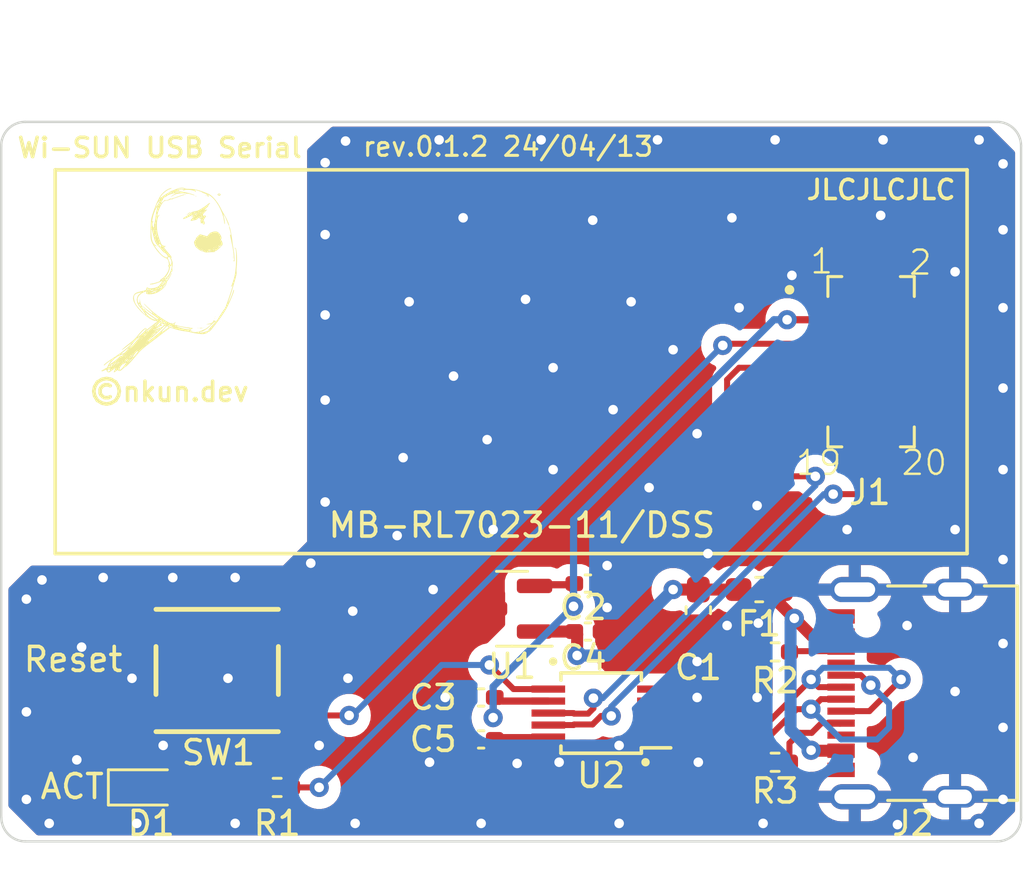
<source format=kicad_pcb>
(kicad_pcb (version 20221018) (generator pcbnew)
  (title_block (title "Wi-SUN USB Serial Board") (date "2024-04-12") (rev "0.1.2") (company "nkun.dev"))
  (layers (0 "F.Cu" signal) (31 "B.Cu" signal) (34 "B.Paste" user) (35 "F.Paste" user) (36 "B.SilkS" user "B.Silkscreen") (37 "F.SilkS" user "F.Silkscreen") (38 "B.Mask" user) (39 "F.Mask" user) (44 "Edge.Cuts" user))
  (net 0 "")
  (net 1 "GND")
  (net 2 "+3.3V")
  (net 3 "Net-(U2-V3)")
  (net 4 "Net-(D1-A)")
  (net 5 "UART_-")
  (net 6 "UART_+")
  (net 7 "Net-(J2-CC1_A)")
  (net 9 "+5V")
  (net 10 "Net-(J2-CC1_B)")
  (net 11 "USB_D+")
  (net 12 "USB_D-")
  (net 14 "Net-(U2-TNOW)")
  (net 16 "+VBUS")
  (net 29 "Net-(J1-Pad7)")
  (footprint "Capacitor_SMD:C_0402_1005Metric_Pad0.74x0.62mm_HandSolder" (layer "F.Cu") (at 177.2 118.25)
    (fp_text reference "C2" (at -0.2 1) (layer "F.SilkS"))
    (fp_text value "1uf")
    (pad "1" smd roundrect (at -0.5675 0) (size 0.735 0.62) (layers "F.Cu" "F.Paste" "F.Mask") (net 2 "+3.3V"))
    (pad "2" smd roundrect (at 0.5675 0) (size 0.735 0.62) (layers "F.Cu" "F.Paste" "F.Mask") (net 1 "GND"))
  )
  (footprint "Connector:HRS_DF12NB_3.0_-20DS-0.5V_51_" (layer "F.Cu") (at 189 109 90)
    (fp_text reference "J1" (at -5.45 -0.05 180) (layer "F.SilkS"))
    (fp_text value "DF12NB_3.0_-20DS-0.5V_51_")
    (fp_text user "20" (at -4.8 1.2 unlocked) (layer "F.SilkS") (effects (font (thickness 0.1)) (justify left bottom)))
    (fp_text user "1" (at 3.6 -2.6 unlocked) (layer "F.SilkS") (effects (font (thickness 0.1)) (justify left bottom)))
    (fp_text user "19" (at -4.8 -3.2 unlocked) (layer "F.SilkS") (effects (font (thickness 0.1)) (justify left bottom)))
    (fp_text user "2" (at 3.55 1.51 unlocked) (layer "F.SilkS") (effects (font (thickness 0.1)) (justify left bottom)))
    (pad "1" smd rect (at 2.25 -1.8 90) (size 0.3 1.6) (layers "F.Cu") (net 2 "+3.3V"))
    (pad "2" smd rect (at 2.25 1.8 90) (size 0.3 1.6) (layers "F.Cu") (net 1 "GND"))
    (pad "3" smd rect (at 1.75 -1.8 90) (size 0.3 1.6) (layers "F.Cu") (net 2 "+3.3V"))
    (pad "4" smd rect (at 1.75 1.8 90) (size 0.3 1.6) (layers "F.Cu") (net 1 "GND"))
    (pad "5" smd rect (at 1.25 -1.8 90) (size 0.3 1.6) (layers "F.Cu"))
    (pad "6" smd rect (at 1.25 1.8 90) (size 0.3 1.6) (layers "F.Cu"))
    (pad "7" smd rect (at 0.75 -1.8 90) (size 0.3 1.6) (layers "F.Cu") (net 29 "Net-(J1-Pad7)"))
    (pad "8" smd rect (at 0.75 1.8 90) (size 0.3 1.6) (layers "F.Cu"))
    (pad "9" smd rect (at 0.25 -1.8 90) (size 0.3 1.6) (layers "F.Cu"))
    (pad "10" smd rect (at 0.25 1.8 90) (size 0.3 1.6) (layers "F.Cu") (net 5 "UART_-"))
    (pad "11" smd rect (at -0.25 -1.8 90) (size 0.3 1.6) (layers "F.Cu") (net 6 "UART_+"))
    (pad "12" smd rect (at -0.25 1.8 90) (size 0.3 1.6) (layers "F.Cu"))
    (pad "13" smd rect (at -0.75 -1.8 90) (size 0.3 1.6) (layers "F.Cu"))
    (pad "14" smd rect (at -0.75 1.8 90) (size 0.3 1.6) (layers "F.Cu"))
    (pad "15" smd rect (at -1.25 -1.8 90) (size 0.3 1.6) (layers "F.Cu"))
    (pad "16" smd rect (at -1.25 1.8 90) (size 0.3 1.6) (layers "F.Cu"))
    (pad "17" smd rect (at -1.75 -1.8 90) (size 0.3 1.6) (layers "F.Cu"))
    (pad "18" smd rect (at -1.75 1.8 90) (size 0.3 1.6) (layers "F.Cu"))
    (pad "19" smd rect (at -2.25 -1.8 90) (size 0.3 1.6) (layers "F.Cu"))
    (pad "20" smd rect (at -2.25 1.8 90) (size 0.3 1.6) (layers "F.Cu"))
    (pad "S1" smd rect (at 3.95 0 90) (size 0.8 1.8) (layers "F.Cu" "F.Paste" "F.Mask"))
    (pad "S2" smd rect (at -3.95 0 90) (size 0.8 1.8) (layers "F.Cu" "F.Paste" "F.Mask"))
    (zone (net 0) (net_name "") (layer "F.Cu") (connect_pads (clearance 0)) (min_thickness 0.01)
      (keepout (tracks not_allowed) (vias not_allowed) (pads not_allowed) (copperpour not_allowed) (footprints allowed))
      (fill (thermal_gap 0.508) (thermal_bridge_width 0.508))
      (polygon (pts (xy 188 112.55) (xy 188 105.45) (xy 190 105.45) (xy 190 112.55)))
    )
  )
  (footprint "Capacitor_SMD:C_0603_1608Metric_Pad1.08x0.95mm_HandSolder" (layer "F.Cu") (at 181.8 119.3625 -90)
    (fp_text reference "C1" (at 2.3875 0) (layer "F.SilkS"))
    (fp_text value "10uf")
    (pad "1" smd roundrect (at -0.8625 0 270) (size 1.075 0.95) (layers "F.Cu" "F.Paste" "F.Mask") (net 9 "+5V"))
    (pad "2" smd roundrect (at 0.8625 0 270) (size 1.075 0.95) (layers "F.Cu" "F.Paste" "F.Mask") (net 1 "GND"))
  )
  (footprint "MountingHole:MountingHole_2.2mm_M2" (layer "F.Cu") (at 162.5 114.5 180)
    (fp_text reference "" hide)
    (fp_text value "MountingHole_2.2mm_M2")
    (pad "" np_thru_hole circle (at 0 0 180) (size 2.2 2.2) (drill 2.2) (layers "*.Cu" "*.Mask"))
  )
  (footprint "Package_TO_SOT_SMD:SOT-23" (layer "F.Cu") (at 174.0375 119.3 180)
    (fp_text reference "U1" (at 0 -2.4) (layer "F.SilkS"))
    (fp_text value "AP7333_33SAG_SOT23")
    (pad "1" smd roundrect (at -0.9375 -0.95 180) (size 1.475 0.6) (layers "F.Cu" "F.Paste" "F.Mask") (net 9 "+5V"))
    (pad "2" smd roundrect (at -0.9375 0.95 180) (size 1.475 0.6) (layers "F.Cu" "F.Paste" "F.Mask") (net 2 "+3.3V"))
    (pad "3" smd roundrect (at 0.9375 0 180) (size 1.475 0.6) (layers "F.Cu" "F.Paste" "F.Mask") (net 1 "GND"))
  )
  (footprint "Resistor_SMD:R_0402_1005Metric_Pad0.72x0.64mm_HandSolder" (layer "F.Cu") (at 185.0025 121.1 180)
    (fp_text reference "R2" (at 0.0025 -1.2 180) (layer "F.SilkS"))
    (fp_text value "5.1k")
    (pad "1" smd roundrect (at -0.5975 0 180) (size 0.715 0.64) (layers "F.Cu" "F.Paste" "F.Mask") (net 10 "Net-(J2-CC1_B)"))
    (pad "2" smd roundrect (at 0.5975 0 180) (size 0.715 0.64) (layers "F.Cu" "F.Paste" "F.Mask") (net 1 "GND"))
  )
  (footprint "Button_Switch_SMD:TS-1187A-B-A-B" (layer "F.Cu") (at 161.75 121.875)
    (fp_text reference "SW1" (at 0.05 3.425) (layer "F.SilkS"))
    (fp_text value "SW_Push")
    (pad "1" smd rect (at -3 -1.875) (size 1 0.75) (layers "F.Cu" "F.Paste" "F.Mask") (net 1 "GND"))
    (pad "1" smd rect (at 3 -1.875) (size 1 0.75) (layers "F.Cu" "F.Paste" "F.Mask") (net 1 "GND"))
    (pad "2" smd rect (at -3 1.875) (size 1 0.75) (layers "F.Cu" "F.Paste" "F.Mask") (net 29 "Net-(J1-Pad7)"))
    (pad "2" smd rect (at 3 1.875) (size 1 0.75) (layers "F.Cu" "F.Paste" "F.Mask") (net 29 "Net-(J1-Pad7)"))
  )
  (footprint "Resistor_SMD:R_0402_1005Metric_Pad0.72x0.64mm_HandSolder" (layer "F.Cu") (at 164.25 126.75 180)
    (fp_text reference "R1" (at 0 -1.5) (layer "F.SilkS"))
    (fp_text value "470")
    (pad "1" smd roundrect (at -0.5975 0 180) (size 0.715 0.64) (layers "F.Cu" "F.Paste" "F.Mask") (net 14 "Net-(U2-TNOW)"))
    (pad "2" smd roundrect (at 0.5975 0 180) (size 0.715 0.64) (layers "F.Cu" "F.Paste" "F.Mask") (net 4 "Net-(D1-A)"))
  )
  (footprint "Capacitor_SMD:C_0603_1608Metric_Pad1.08x0.95mm_HandSolder" (layer "F.Cu") (at 184.3375 118.5 180)
    (fp_text reference "F1" (at 0 -1.43) (layer "F.SilkS"))
    (fp_text value "350mA")
    (pad "1" smd roundrect (at -0.8625 0 180) (size 1.075 0.95) (layers "F.Cu" "F.Paste" "F.Mask") (net 16 "+VBUS"))
    (pad "2" smd roundrect (at 0.8625 0 180) (size 1.075 0.95) (layers "F.Cu" "F.Paste" "F.Mask") (net 9 "+5V"))
  )
  (footprint "Package_SO:MSOP-10_3x3mm_P0.5mm" (layer "F.Cu") (at 177.75 123.65 180)
    (fp_text reference "U2" (at 0 -2.6) (layer "F.SilkS"))
    (fp_text value "CH340E")
    (pad "1" smd rect (at -2.2 -1 180) (size 1.4 0.3) (layers "F.Cu" "F.Paste" "F.Mask") (net 11 "USB_D+"))
    (pad "2" smd rect (at -2.2 -0.5 180) (size 1.4 0.3) (layers "F.Cu" "F.Paste" "F.Mask") (net 12 "USB_D-"))
    (pad "3" smd rect (at -2.2 0 180) (size 1.4 0.3) (layers "F.Cu" "F.Paste" "F.Mask") (net 1 "GND"))
    (pad "4" smd rect (at -2.2 0.5 180) (size 1.4 0.3) (layers "F.Cu" "F.Paste" "F.Mask"))
    (pad "5" smd rect (at -2.2 1 180) (size 1.4 0.3) (layers "F.Cu" "F.Paste" "F.Mask"))
    (pad "6" smd rect (at 2.2 1 180) (size 1.4 0.3) (layers "F.Cu" "F.Paste" "F.Mask") (net 14 "Net-(U2-TNOW)"))
    (pad "7" smd rect (at 2.2 0.5 180) (size 1.4 0.3) (layers "F.Cu" "F.Paste" "F.Mask") (net 2 "+3.3V"))
    (pad "8" smd rect (at 2.2 0 180) (size 1.4 0.3) (layers "F.Cu" "F.Paste" "F.Mask") (net 6 "UART_+"))
    (pad "9" smd rect (at 2.2 -0.5 180) (size 1.4 0.3) (layers "F.Cu" "F.Paste" "F.Mask") (net 5 "UART_-"))
    (pad "10" smd rect (at 2.2 -1 180) (size 1.4 0.3) (layers "F.Cu" "F.Paste" "F.Mask") (net 3 "Net-(U2-V3)"))
  )
  (footprint "Capacitor_SMD:C_0402_1005Metric_Pad0.74x0.62mm_HandSolder" (layer "F.Cu") (at 172.75 123 180)
    (fp_text reference "C3" (at 2 0) (layer "F.SilkS"))
    (fp_text value "0.1uf")
    (pad "1" smd roundrect (at -0.5675 0 180) (size 0.735 0.62) (layers "F.Cu" "F.Paste" "F.Mask") (net 2 "+3.3V"))
    (pad "2" smd roundrect (at 0.5675 0 180) (size 0.735 0.62) (layers "F.Cu" "F.Paste" "F.Mask") (net 1 "GND"))
  )
  (footprint "Capacitor_SMD:C_0402_1005Metric_Pad0.74x0.62mm_HandSolder" (layer "F.Cu") (at 177.2 120.25)
    (fp_text reference "C4" (at -0.2 1.1 180) (layer "F.SilkS"))
    (fp_text value "1uf")
    (pad "1" smd roundrect (at -0.5675 0) (size 0.735 0.62) (layers "F.Cu" "F.Paste" "F.Mask") (net 9 "+5V"))
    (pad "2" smd roundrect (at 0.5675 0) (size 0.735 0.62) (layers "F.Cu" "F.Paste" "F.Mask") (net 1 "GND"))
  )
  (footprint "Capacitor_SMD:C_0402_1005Metric_Pad0.74x0.62mm_HandSolder" (layer "F.Cu") (at 172.75 124.75 180)
    (fp_text reference "C5" (at 2 0) (layer "F.SilkS"))
    (fp_text value "0.1uf")
    (pad "1" smd roundrect (at -0.5675 0 180) (size 0.735 0.62) (layers "F.Cu" "F.Paste" "F.Mask") (net 3 "Net-(U2-V3)"))
    (pad "2" smd roundrect (at 0.5675 0 180) (size 0.735 0.62) (layers "F.Cu" "F.Paste" "F.Mask") (net 1 "GND"))
  )
  (footprint "Resistor_SMD:R_0402_1005Metric_Pad0.72x0.64mm_HandSolder" (layer "F.Cu") (at 185 125.7 180)
    (fp_text reference "R3" (at 0 -1.2 180) (layer "F.SilkS"))
    (fp_text value "5.1k")
    (pad "1" smd roundrect (at -0.5975 0 180) (size 0.715 0.64) (layers "F.Cu" "F.Paste" "F.Mask") (net 7 "Net-(J2-CC1_A)"))
    (pad "2" smd roundrect (at 0.5975 0 180) (size 0.715 0.64) (layers "F.Cu" "F.Paste" "F.Mask") (net 1 "GND"))
  )
  (footprint "LED_SMD:LED_0603_1608Metric_Pad1.05x0.95mm_HandSolder" (layer "F.Cu") (at 158.875 126.75)
    (fp_text reference "D1" (at 0.125 1.5) (layer "F.SilkS"))
    (fp_text value "LED")
    (pad "1" smd roundrect (at -0.875 0) (size 1.05 0.95) (layers "F.Cu" "F.Paste" "F.Mask") (net 1 "GND"))
    (pad "2" smd roundrect (at 0.875 0) (size 1.05 0.95) (layers "F.Cu" "F.Paste" "F.Mask") (net 4 "Net-(D1-A)"))
  )
  (footprint "Logos:logo_silk" (layer "F.Cu") (at 160.6 105.45)
    (fp_text reference "©nkun.dev" (at -0.85 4.8) (layer "F.SilkS") (effects (font (size 0.8 0.8) (thickness 0.15) bold)))
    (fp_text value "LOGO" hide)
  )
  (footprint "Connector_USB:USB_C_Receptacle_Amphenol_12402012E212A" (layer "F.Cu") (at 192.5 122.82 90)
    (fp_text reference "J2" (at -5.43 -1.75 180) (layer "F.SilkS"))
    (fp_text value "USB_C_Receptacle_USB2.0_12402012E212A")
    (pad "" np_thru_hole circle (at -2.89 -3.68 90) (size 0.65 0.65) (drill 0.65) (layers "*.Cu" "*.Mask"))
    (pad "" np_thru_hole circle (at 2.89 -3.68 90) (size 0.65 0.65) (drill 0.65) (layers "*.Cu" "*.Mask"))
    (pad "A1_B12" smd rect (at -3.2 -4.75 90) (size 0.6 1.14) (layers "F.Cu" "F.Paste" "F.Mask") (net 1 "GND"))
    (pad "A4_B9" smd rect (at -2.4 -4.75 90) (size 0.6 1.14) (layers "F.Cu" "F.Paste" "F.Mask") (net 16 "+VBUS"))
    (pad "A5" smd rect (at -1.25 -4.75 90) (size 0.3 1.14) (layers "F.Cu" "F.Paste" "F.Mask") (net 7 "Net-(J2-CC1_A)"))
    (pad "A6" smd rect (at -0.25 -4.75 90) (size 0.3 1.14) (layers "F.Cu" "F.Paste" "F.Mask") (net 11 "USB_D+"))
    (pad "A7" smd rect (at 0.25 -4.75 90) (size 0.3 1.14) (layers "F.Cu" "F.Paste" "F.Mask") (net 12 "USB_D-"))
    (pad "A8" smd rect (at 1.25 -4.75 90) (size 0.3 1.14) (layers "F.Cu" "F.Paste" "F.Mask"))
    (pad "B1_A12" smd rect (at 3.2 -4.75 90) (size 0.6 1.14) (layers "F.Cu" "F.Paste" "F.Mask") (net 1 "GND"))
    (pad "B4_A9" smd rect (at 2.4 -4.75 90) (size 0.6 1.14) (layers "F.Cu" "F.Paste" "F.Mask") (net 16 "+VBUS"))
    (pad "B5" smd rect (at 1.75 -4.75 90) (size 0.3 1.14) (layers "F.Cu" "F.Paste" "F.Mask") (net 10 "Net-(J2-CC1_B)"))
    (pad "B6" smd rect (at 0.75 -4.75 90) (size 0.3 1.14) (layers "F.Cu" "F.Paste" "F.Mask") (net 11 "USB_D+"))
    (pad "B7" smd rect (at -0.75 -4.75 90) (size 0.3 1.14) (layers "F.Cu" "F.Paste" "F.Mask") (net 12 "USB_D-"))
    (pad "B8" smd rect (at -1.75 -4.75 90) (size 0.3 1.14) (layers "F.Cu" "F.Paste" "F.Mask"))
    (pad "SH1" thru_hole oval (at -4.32 -4.18 90) (size 1.05 2.1) (drill oval 0.6 1.7) (layers "*.Cu" "*.Mask") (net 1 "GND"))
    (pad "SH2" thru_hole oval (at 4.32 -4.18 90) (size 1.05 2.1) (drill oval 0.6 1.7) (layers "*.Cu" "*.Mask") (net 1 "GND"))
    (pad "SH3" thru_hole oval (at -4.32 0 90) (size 0.9 1.8) (drill oval 0.6 1.4) (layers "*.Cu" "*.Mask") (net 1 "GND"))
    (pad "SH4" thru_hole oval (at 4.32 0 90) (size 0.9 1.8) (drill oval 0.6 1.4) (layers "*.Cu" "*.Mask") (net 1 "GND"))
  )
  (gr_line (start 155 101) (end 193 101) (stroke (width 0.15)) (layer "F.SilkS"))
  (gr_line (start 155 117) (end 193 117) (stroke (width 0.15)) (layer "F.SilkS"))
  (gr_circle (center 179.6 125.7) (end 179.7 125.7) (stroke (width 0.15)) (fill solid) (layer "F.SilkS"))
  (gr_line (start 155 117) (end 155 101) (stroke (width 0.15)) (layer "F.SilkS"))
  (gr_circle (center 175.75 121.5) (end 175.85 121.5) (stroke (width 0.15)) (fill solid) (layer "F.SilkS"))
  (gr_line (start 193 101) (end 193 117) (stroke (width 0.15)) (layer "F.SilkS"))
  (gr_arc (start 195.25 128) (mid 194.957107 128.707107) (end 194.25 129) (stroke (width 0.1)) (layer "Edge.Cuts"))
  (gr_arc (start 194.25 99) (mid 194.957107 99.292893) (end 195.25 100) (stroke (width 0.1)) (layer "Edge.Cuts"))
  (gr_line (start 194.25 99) (end 153.75 99) (stroke (width 0.1)) (layer "Edge.Cuts"))
  (gr_line (start 195.25 128) (end 195.25 100) (stroke (width 0.1)) (layer "Edge.Cuts"))
  (gr_arc (start 153.757107 129) (mid 153.05 128.707107) (end 152.757107 128) (stroke (width 0.1)) (layer "Edge.Cuts"))
  (gr_line (start 152.75 100) (end 152.75 128) (stroke (width 0.1)) (layer "Edge.Cuts"))
  (gr_line (start 153.75 129) (end 194.25 129) (stroke (width 0.1)) (layer "Edge.Cuts"))
  (gr_arc (start 152.75 100) (mid 153.042893 99.292893) (end 153.75 99) (stroke (width 0.1)) (layer "Edge.Cuts"))
  (gr_text "JLCJLCJLC" (at 192.6 102.3) (layer "F.SilkS") (effects (font (size 0.8 0.8)) (justify right bottom)))
  (gr_text "Wi-SUN USB Serial\n" (at 153.35 100.55) (layer "F.SilkS") (effects (font (size 0.8 0.8)) (justify left bottom)))
  (gr_text "rev.0.1.2 24/04/13" (at 167.75 100.5) (layer "F.SilkS") (effects (font (size 0.8 0.8) (thickness 0.125) bold) (justify left bottom)))
  (gr_text "Reset\n" (at 153.6 122) (layer "F.SilkS") (effects (font (size 1 1)) (justify left bottom)))
  (gr_text "ACT" (at 154.3 127.3) (layer "F.SilkS") (effects (font (size 1 1)) (justify left bottom)))
  (gr_text "MB-RL7023-11/DSS" (at 166.3 116.4) (layer "F.SilkS") (effects (font (size 1 1)) (justify left bottom)))
  (segment (start 190.8 107.25) (end 192.5 107.25) (width 0.25) (layer "F.Cu") (net 1))
  (segment (start 179.95 123.65) (end 181.05 123.65) (width 0.25) (layer "F.Cu") (net 1))
  (segment (start 190.8 106.75) (end 192.5 106.75) (width 0.25) (layer "F.Cu") (net 1))
  (segment (start 181.05 123.65) (end 181.55 123.15) (width 0.25) (layer "F.Cu") (net 1))
  (segment (start 184.25 121.055) (end 184.265 121.07) (width 0.25) (layer "F.Cu") (net 1))
  (segment (start 192.5 106.75) (end 192.5 107.25) (width 0.25) (layer "F.Cu") (net 1))
  (via (at 184.3 119.9) (size 0.8) (drill 0.4) (layers "F.Cu" "B.Cu") (net 1))
  (via (at 183 120) (size 0.8) (drill 0.4) (layers "F.Cu" "B.Cu") (net 1))
  (via (at 175.75 113.5) (size 0.8) (drill 0.4) (layers "F.Cu" "B.Cu") (net 1))
  (via (at 181.75 123) (size 0.8) (drill 0.4) (layers "F.Cu" "B.Cu") (net 1))
  (via (at 179 106.5) (size 0.8) (drill 0.4) (layers "F.Cu" "B.Cu") (net 1))
  (via (at 193.5 99.75) (size 0.8) (drill 0.4) (layers "F.Cu" "B.Cu") (net 1))
  (via (at 167.1 99.8) (size 0.8) (drill 0.4) (layers "F.Cu" "B.Cu") (net 1))
  (via (at 183.5 106.75) (size 0.8) (drill 0.4) (layers "F.Cu" "B.Cu") (net 1))
  (via (at 166.25 107.05) (size 0.8) (drill 0.4) (layers "F.Cu" "B.Cu") (net 1))
  (via (at 194.5 127.25) (size 0.8) (drill 0.4) (layers "F.Cu" "B.Cu") (net 1))
  (via (at 172.75 128.25) (size 0.8) (drill 0.4) (layers "F.Cu" "B.Cu") (net 1))
  (via (at 155.9 125.6) (size 0.8) (drill 0.4) (layers "F.Cu" "B.Cu") (net 1))
  (via (at 179.75 114.25) (size 0.8) (drill 0.4) (layers "F.Cu" "B.Cu") (net 1))
  (via (at 194.5 124.25) (size 0.8) (drill 0.4) (layers "F.Cu" "B.Cu") (net 1))
  (via (at 174.6 106.4) (size 0.8) (drill 0.4) (layers "F.Cu" "B.Cu") (net 1))
  (via (at 153.8 123.6) (size 0.8) (drill 0.4) (layers "F.Cu" "B.Cu") (net 1))
  (via (at 166.25 114.85) (size 0.8) (drill 0.4) (layers "F.Cu" "B.Cu") (net 1))
  (via (at 190.1 128.3) (size 0.8) (drill 0.4) (layers "F.Cu" "B.Cu") (net 1))
  (via (at 192.5 105.25) (size 0.8) (drill 0.4) (layers "F.Cu" "B.Cu") (net 1))
  (via (at 182.2 117) (size 0.8) (drill 0.4) (layers "F.Cu" "B.Cu") (net 1))
  (via (at 154.45 118.1) (size 0.8) (drill 0.4) (layers "F.Cu" "B.Cu") (net 1))
  (via (at 153.8 118.9) (size 0.8) (drill 0.4) (layers "F.Cu" "B.Cu") (net 1))
  (via (at 184.25 123) (size 0.8) (drill 0.4) (layers "F.Cu" "B.Cu") (net 1))
  (via (at 162.5 128.25) (size 0.8) (drill 0.4) (layers "F.Cu" "B.Cu") (net 1))
  (via (at 166.25 103.7) (size 0.8) (drill 0.4) (layers "F.Cu" "B.Cu") (net 1))
  (via (at 172 103) (size 0.8) (drill 0.4) (layers "F.Cu" "B.Cu") (net 1))
  (via (at 194.5 103.5) (size 0.8) (drill 0.4) (layers "F.Cu" "B.Cu") (net 1))
  (via (at 166.25 110.6) (size 0.8) (drill 0.4) (layers "F.Cu" "B.Cu") (net 1))
  (via (at 158.4 128.25) (size 0.8) (drill 0.4) (layers "F.Cu" "B.Cu") (net 1))
  (via (at 170.75 118.5) (size 0.8) (drill 0.4) (layers "F.Cu" "B.Cu") (net 1))
  (via (at 184.25 115) (size 0.8) (drill 0.4) (layers "F.Cu" "B.Cu") (net 1))
  (via (at 166.25 100.7) (size 0.8) (drill 0.4) (layers "F.Cu" "B.Cu") (net 1))
  (via (at 192.5 116) (size 0.8) (drill 0.4) (layers "F.Cu" "B.Cu") (net 1))
  (via (at 166 125) (size 0.8) (drill 0.4) (layers "F.Cu" "B.Cu") (net 1))
  (via (at 194.5 106.75) (size 0.8) (drill 0.4) (layers "F.Cu" "B.Cu") (net 1))
  (via (at 181.8 125.7) (size 0.8) (drill 0.4) (layers "F.Cu" "B.Cu") (net 1))
  (via (at 159.9 118) (size 0.8) (drill 0.4) (layers "F.Cu" "B.Cu") (net 1))
  (via (at 171 99.75) (size 0.8) (drill 0.4) (layers "F.Cu" "B.Cu") (net 1))
  (via (at 180.1 99.75) (size 0.8) (drill 0.4) (layers "F.Cu" "B.Cu") (net 1))
  (via (at 157 118) (size 0.8) (drill 0.4) (layers "F.Cu" "B.Cu") (net 1))
  (via (at 169.25 116.25) (size 0.8) (drill 0.4) (layers "F.Cu" "B.Cu") (net 1))
  (via (at 185.7 105.4) (size 0.8) (drill 0.4) (layers "F.Cu" "B.Cu") (net 1))
  (via (at 189.4 102.9) (size 0.8) (drill 0.4) (layers "F.Cu" "B.Cu") (net 1))
  (via (at 165.65 117.4) (size 0.8) (drill 0.4) (layers "F.Cu" "B.Cu") (net 1))
  (via (at 162.2 122.2) (size 0.8) (drill 0.4) (layers "F.Cu" "B.Cu") (net 1))
  (via (at 194.5 117.25) (size 0.8) (drill 0.4) (layers "F.Cu" "B.Cu") (net 1))
  (via (at 156.1 120.9) (size 0.8) (drill 0.4) (layers "F.Cu" "B.Cu") (net 1))
  (via (at 162.5 118) (size 0.8) (drill 0.4) (layers "F.Cu" "B.Cu") (net 1))
  (via (at 176 125.7) (size 0.8) (drill 0.4) (layers "F.Cu" "B.Cu") (net 1))
  (via (at 175.25 99.75) (size 0.8) (drill 0.4) (layers "F.Cu" "B.Cu") (net 1))
  (via (at 189.5 99.75) (size 0.8) (drill 0.4) (layers "F.Cu" "B.Cu") (net 1))
  (via (at 177.4 103.1) (size 0.8) (drill 0.4) (layers "F.Cu" "B.Cu") (net 1))
  (via (at 167.4 119.4) (size 0.8) (drill 0.4) (layers "F.Cu" "B.Cu") (net 1))
  (via (at 192.5 122.75) (size 0.8) (drill 0.4) (layers "F.Cu" "B.Cu") (net 1))
  (via (at 158.2 122.2) (size 0.8) (drill 0.4) (layers "F.Cu" "B.Cu") (net 1))
  (via (at 178 117.5) (size 0.8) (drill 0.4) (layers "F.Cu" "B.Cu") (net 1))
  (via (at 159.5 125) (size 0.8) (drill 0.4) (layers "F.Cu" "B.Cu") (net 1))
  (via (at 153.8 127.25) (size 0.8) (drill 0.4) (layers "F.Cu" "B.Cu") (net 1))
  (via (at 181.75 121.5) (size 0.8) (drill 0.4) (layers "F.Cu" "B.Cu") (net 1))
  (via (at 190.75 125.5) (size 0.8) (drill 0.4) (layers "F.Cu" "B.Cu") (net 1))
  (via (at 194.5 110.1) (size 0.8) (drill 0.4) (layers "F.Cu" "B.Cu") (net 1))
  (via (at 190.5 120) (size 0.8) (drill 0.4) (layers "F.Cu" "B.Cu") (net 1))
  (via (at 194.5 113.5) (size 0.8) (drill 0.4) (layers "F.Cu" "B.Cu") (net 1))
  (via (at 174.25 125.75) (size 0.8) (drill 0.4) (layers "F.Cu" "B.Cu") (net 1))
  (via (at 169.75 106.5) (size 0.8) (drill 0.4) (layers "F.Cu" "B.Cu") (net 1))
  (via (at 167.2 122.2) (size 0.8) (drill 0.4) (layers "F.Cu" "B.Cu") (net 1))
  (via (at 167.5 128.25) (size 0.8) (drill 0.4) (layers "F.Cu" "B.Cu") (net 1))
  (via (at 184.5 128.25) (size 0.8) (drill 0.4) (layers "F.Cu" "B.Cu") (net 1))
  (via (at 171.25 123) (size 0.8) (drill 0.4) (layers "F.Cu" "B.Cu") (net 1))
  (via (at 194.5 120.75) (size 0.8) (drill 0.4) (layers "F.Cu" "B.Cu") (net 1))
  (via (at 178.25 111) (size 0.8) (drill 0.4) (layers "F.Cu" "B.Cu") (net 1))
  (via (at 185 99.75) (size 0.8) (drill 0.4) (layers "F.Cu" "B.Cu") (net 1))
  (via (at 180.75 108.5) (size 0.8) (drill 0.4) (layers "F.Cu" "B.Cu") (net 1))
  (via (at 181.75 112) (size 0.8) (drill 0.4) (layers "F.Cu" "B.Cu") (net 1))
  (via (at 171.6 109.6) (size 0.8) (drill 0.4) (layers "F.Cu" "B.Cu") (net 1))
  (via (at 169.5 113) (size 0.8) (drill 0.4) (layers "F.Cu" "B.Cu") (net 1))
  (via (at 178.5 125) (size 0.8) (drill 0.4) (layers "F.Cu" "B.Cu") (net 1))
  (via (at 175.75 109.25) (size 0.8) (drill 0.4) (layers "F.Cu" "B.Cu") (net 1))
  (via (at 178.5 128.25) (size 0.8) (drill 0.4) (layers "F.Cu" "B.Cu") (net 1))
  (via (at 183.2 103) (size 0.8) (drill 0.4) (layers "F.Cu" "B.Cu") (net 1))
  (via (at 188 116) (size 0.8) (drill 0.4) (layers "F.Cu" "B.Cu") (net 1))
  (via (at 173.25 116) (size 0.8) (drill 0.4) (layers "F.Cu" "B.Cu") (net 1))
  (via (at 170.6 125.7) (size 0.8) (drill 0.4) (layers "F.Cu" "B.Cu") (net 1))
  (via (at 154.75 128.25) (size 0.8) (drill 0.4) (layers "F.Cu" "B.Cu") (net 1))
  (via (at 173 112.25) (size 0.8) (drill 0.4) (layers "F.Cu" "B.Cu") (net 1))
  (via (at 193.5 128.25) (size 0.8) (drill 0.4) (layers "F.Cu" "B.Cu") (net 1))
  (via (at 178 119.25) (size 0.8) (drill 0.4) (layers "F.Cu" "B.Cu") (net 1))
  (via (at 194.5 100.75) (size 0.8) (drill 0.4) (layers "F.Cu" "B.Cu") (net 1))
  (segment (start 176.6 118.4325) (end 176.6325 118.4) (width 0.3) (layer "F.Cu") (net 2))
  (segment (start 175 118.3) (end 176.5825 118.3) (width 0.3) (layer "F.Cu") (net 2))
  (segment (start 175.55 123.15) (end 173.635 123.15) (width 0.3) (layer "F.Cu") (net 2))
  (segment (start 173.25 123.8405) (end 173.25 123.135) (width 0.3) (layer "F.Cu") (net 2))
  (segment (start 176.6 119.2) (end 176.6 118.4325) (width 0.3) (layer "F.Cu") (net 2))
  (segment (start 173.25 123.135) (end 173.385 123) (width 0.3) (layer "F.Cu") (net 2))
  (segment (start 176.6 119.4) (end 176.6 119.2) (width 0.3) (layer "F.Cu") (net 2))
  (segment (start 176.5825 118.3) (end 176.6325 118.25) (width 0.3) (layer "F.Cu") (net 2))
  (segment (start 176.545 118.4875) (end 176.6325 118.4) (width 0.3) (layer "F.Cu") (net 2))
  (segment (start 187.2 107.25) (end 185.5 107.25) (width 0.3) (layer "F.Cu") (net 2))
  (segment (start 187.2 106.75) (end 187.2 107.25) (width 0.3) (layer "F.Cu") (net 2))
  (via (at 185.5 107.25) (size 0.8) (drill 0.4) (layers "F.Cu" "B.Cu") (net 2))
  (via (at 176.6 119.2) (size 0.8) (drill 0.4) (layers "F.Cu" "B.Cu") (net 2))
  (via (at 173.25 123.8405) (size 0.8) (drill 0.4) (layers "F.Cu" "B.Cu") (net 2))
  (segment (start 176.6 119.2) (end 176.6 115.6) (width 0.3) (layer "B.Cu") (net 2))
  (segment (start 173.25 122.55) (end 173.25 123.8405) (width 0.3) (layer "B.Cu") (net 2))
  (segment (start 176.6 119.2) (end 173.25 122.55) (width 0.3) (layer "B.Cu") (net 2))
  (segment (start 176.6 115.6) (end 184.95 107.25) (width 0.3) (layer "B.Cu") (net 2))
  (segment (start 184.95 107.25) (end 185.5 107.25) (width 0.3) (layer "B.Cu") (net 2))
  (segment (start 173.6175 124.65) (end 173.5675 124.6) (width 0.25) (layer "F.Cu") (net 3))
  (segment (start 175.55 124.65) (end 173.6175 124.65) (width 0.25) (layer "F.Cu") (net 3))
  (segment (start 163.6525 126.75) (end 159.75 126.75) (width 0.25) (layer "F.Cu") (net 4))
  (segment (start 177.746967 123.771232) (end 178.171232 123.771232) (width 0.25) (layer "F.Cu") (net 5))
  (segment (start 177.393199 124.125) (end 177.746967 123.771232) (width 0.25) (layer "F.Cu") (net 5))
  (segment (start 176.600001 124.15) (end 176.625001 124.125) (width 0.25) (layer "F.Cu") (net 5))
  (segment (start 176.625001 124.125) (end 177.393199 124.125) (width 0.25) (layer "F.Cu") (net 5))
  (segment (start 187.421232 114.521232) (end 191.728768 114.521232) (width 0.25) (layer "F.Cu") (net 5))
  (segment (start 175.55 124.15) (end 176.600001 124.15) (width 0.25) (layer "F.Cu") (net 5))
  (segment (start 192.5 113.75) (end 192.5 109.35) (width 0.25) (layer "F.Cu") (net 5))
  (segment (start 192.5 109.35) (end 191.9 108.75) (width 0.25) (layer "F.Cu") (net 5))
  (segment (start 190.75 108.8) (end 190.8 108.75) (width 0.25) (layer "F.Cu") (net 5))
  (segment (start 191.728768 114.521232) (end 192.5 113.75) (width 0.25) (layer "F.Cu") (net 5))
  (segment (start 191.9 108.75) (end 190.8 108.75) (width 0.25) (layer "F.Cu") (net 5))
  (via (at 187.421232 114.521232) (size 0.8) (drill 0.4) (layers "F.Cu" "B.Cu") (net 5))
  (via (at 178.171232 123.771232) (size 0.8) (drill 0.4) (layers "F.Cu" "B.Cu") (net 5))
  (segment (start 178.171232 123.382322) (end 187.032322 114.521232) (width 0.25) (layer "B.Cu") (net 5))
  (segment (start 178.171232 123.771232) (end 178.171232 123.382322) (width 0.25) (layer "B.Cu") (net 5))
  (segment (start 187.032322 114.521232) (end 187.421232 114.521232) (width 0.25) (layer "B.Cu") (net 5))
  (segment (start 187.25 109.3) (end 187.2 109.25) (width 0.25) (layer "F.Cu") (net 6))
  (segment (start 183.528768 113.778768) (end 186.678768 113.778768) (width 0.25) (layer "F.Cu") (net 6))
  (segment (start 183 113.25) (end 183.528768 113.778768) (width 0.25) (layer "F.Cu") (net 6))
  (segment (start 187.2 109.25) (end 183.5 109.25) (width 0.25) (layer "F.Cu") (net 6))
  (segment (start 177.206801 123.675) (end 177.428768 123.453033) (width 0.25) (layer "F.Cu") (net 6))
  (segment (start 176.600001 123.65) (end 176.625001 123.675) (width 0.25) (layer "F.Cu") (net 6))
  (segment (start 183.5 109.25) (end 183 109.75) (width 0.25) (layer "F.Cu") (net 6))
  (segment (start 175.55 123.65) (end 176.600001 123.65) (width 0.25) (layer "F.Cu") (net 6))
  (segment (start 176.625001 123.675) (end 177.206801 123.675) (width 0.25) (layer "F.Cu") (net 6))
  (segment (start 177.428768 123.453033) (end 177.428768 123.028768) (width 0.25) (layer "F.Cu") (net 6))
  (segment (start 183 109.75) (end 183 113.25) (width 0.25) (layer "F.Cu") (net 6))
  (via (at 186.678768 113.778768) (size 0.8) (drill 0.4) (layers "F.Cu" "B.Cu") (net 6))
  (via (at 177.428768 123.028768) (size 0.8) (drill 0.4) (layers "F.Cu" "B.Cu") (net 6))
  (segment (start 186.678768 114.167678) (end 186.678768 113.778768) (width 0.25) (layer "B.Cu") (net 6))
  (segment (start 177.428768 123.028768) (end 177.817678 123.028768) (width 0.25) (layer "B.Cu") (net 6))
  (segment (start 177.817678 123.028768) (end 186.678768 114.167678) (width 0.25) (layer "B.Cu") (net 6))
  (segment (start 185.5975 124.9025) (end 185.5975 125.7) (width 0.25) (layer "F.Cu") (net 7))
  (segment (start 187.75 124.07) (end 186.93 124.07) (width 0.25) (layer "F.Cu") (net 7))
  (segment (start 186.93 124.07) (end 186.525 124.475) (width 0.25) (layer "F.Cu") (net 7))
  (segment (start 186.025 124.475) (end 185.5975 124.9025) (width 0.25) (layer "F.Cu") (net 7))
  (segment (start 187.75 124.07) (end 187.75 124.05) (width 0.25) (layer "F.Cu") (net 7))
  (segment (start 187.75 124.05) (end 187.705 124.095) (width 0.25) (layer "F.Cu") (net 7))
  (segment (start 186.525 124.475) (end 186.025 124.475) (width 0.25) (layer "F.Cu") (net 7))
  (segment (start 180.75 118.5) (end 181.8 118.5) (width 0.5) (layer "F.Cu") (net 9))
  (segment (start 183.475 118.5) (end 181.7 118.5) (width 0.5) (layer "F.Cu") (net 9))
  (segment (start 176.6325 120.25) (end 174.975 120.25) (width 0.5) (layer "F.Cu") (net 9))
  (segment (start 176.75 121.25) (end 176.75 120.3675) (width 0.5) (layer "F.Cu") (net 9))
  (segment (start 176.75 120.3675) (end 176.6325 120.25) (width 0.5) (layer "F.Cu") (net 9))
  (via (at 176.75 121.25) (size 0.8) (drill 0.4) (layers "F.Cu" "B.Cu") (net 9))
  (via (at 180.75 118.5) (size 0.8) (drill 0.4) (layers "F.Cu" "B.Cu") (net 9))
  (segment (start 178 121.25) (end 176.75 121.25) (width 0.5) (layer "B.Cu") (net 9))
  (segment (start 180.75 118.5) (end 178 121.25) (width 0.5) (layer "B.Cu") (net 9))
  (segment (start 187.75 121.07) (end 185.63 121.07) (width 0.25) (layer "F.Cu") (net 10))
  (segment (start 185.63 121.07) (end 185.6 121.1) (width 0.25) (layer "F.Cu") (net 10))
  (segment (start 184.761397 124.625) (end 185.898423 123.487974) (width 0.25) (layer "F.Cu") (net 11))
  (segment (start 181.025001 124.625) (end 184.761397 124.625) (width 0.25) (layer "F.Cu") (net 11))
  (segment (start 188.57 122.07) (end 188.987701 122.487701) (width 0.25) (layer "F.Cu") (net 11))
  (segment (start 185.898423 123.487974) (end 186.494053 123.487974) (width 0.25) (layer "F.Cu") (net 11))
  (segment (start 186.912027 123.07) (end 186.494053 123.487974) (width 0.25) (layer "F.Cu") (net 11))
  (segment (start 179.95 124.65) (end 181.000001 124.65) (width 0.25) (layer "F.Cu") (net 11))
  (segment (start 181.000001 124.65) (end 181.025001 124.625) (width 0.25) (layer "F.Cu") (net 11))
  (segment (start 187.75 123.07) (end 186.912027 123.07) (width 0.25) (layer "F.Cu") (net 11))
  (segment (start 187.75 122.07) (end 188.57 122.07) (width 0.25) (layer "F.Cu") (net 11))
  (via (at 188.987701 122.487701) (size 0.8) (drill 0.4) (layers "F.Cu" "B.Cu") (net 11))
  (via (at 186.494053 123.487974) (size 0.8) (drill 0.4) (layers "F.Cu" "B.Cu") (net 11))
  (segment (start 188.987701 122.487701) (end 189.75 123.25) (width 0.25) (layer "B.Cu") (net 11))
  (segment (start 189.75 123.25) (end 189.75 124.25) (width 0.25) (layer "B.Cu") (net 11))
  (segment (start 189.25 124.75) (end 187.75 124.75) (width 0.25) (layer "B.Cu") (net 11))
  (segment (start 187.75 124.75) (end 186.494053 123.494053) (width 0.25) (layer "B.Cu") (net 11))
  (segment (start 189.75 124.25) (end 189.25 124.75) (width 0.25) (layer "B.Cu") (net 11))
  (segment (start 186.494053 123.494053) (end 186.494053 123.487974) (width 0.25) (layer "B.Cu") (net 11))
  (segment (start 187.75 122.57) (end 187.775 122.545) (width 0.25) (layer "F.Cu") (net 12))
  (segment (start 179.95 124.15) (end 181.000001 124.15) (width 0.25) (layer "F.Cu") (net 12))
  (segment (start 184.575 124.175) (end 186.5 122.25) (width 0.25) (layer "F.Cu") (net 12))
  (segment (start 181.025001 124.175) (end 184.575 124.175) (width 0.25) (layer "F.Cu") (net 12))
  (segment (start 190.25 122.25) (end 188.93 123.57) (width 0.25) (layer "F.Cu") (net 12))
  (segment (start 186.82 122.57) (end 186.5 122.25) (width 0.25) (layer "F.Cu") (net 12))
  (segment (start 181.000001 124.15) (end 181.025001 124.175) (width 0.25) (layer "F.Cu") (net 12))
  (segment (start 188.93 123.57) (end 187.75 123.57) (width 0.25) (layer "F.Cu") (net 12))
  (segment (start 187.775 122.545) (end 188 122.545) (width 0.25) (layer "F.Cu") (net 12))
  (segment (start 187.75 122.57) (end 186.82 122.57) (width 0.25) (layer "F.Cu") (net 12))
  (via (at 190.25 122.25) (size 0.8) (drill 0.4) (layers "F.Cu" "B.Cu") (net 12))
  (via (at 186.5 122.25) (size 0.8) (drill 0.4) (layers "F.Cu" "B.Cu") (net 12))
  (segment (start 186.987299 121.762701) (end 189.762701 121.762701) (width 0.25) (layer "B.Cu") (net 12))
  (segment (start 189.762701 121.762701) (end 190.25 122.25) (width 0.25) (layer "B.Cu") (net 12))
  (segment (start 186.5 122.25) (end 186.987299 121.762701) (width 0.25) (layer "B.Cu") (net 12))
  (segment (start 186.5 122.25) (end 186.525 122.275) (width 0.25) (layer "B.Cu") (net 12))
  (segment (start 175.55 122.65) (end 174.0995 122.65) (width 0.25) (layer "F.Cu") (net 14))
  (segment (start 174.0995 122.65) (end 173.094773 121.645273) (width 0.25) (layer "F.Cu") (net 14))
  (segment (start 166 126.75) (end 164.8475 126.75) (width 0.25) (layer "F.Cu") (net 14))
  (via (at 173.094773 121.645273) (size 0.8) (drill 0.4) (layers "F.Cu" "B.Cu") (net 14))
  (via (at 166 126.75) (size 0.8) (drill 0.4) (layers "F.Cu" "B.Cu") (net 14))
  (segment (start 173.094773 121.645273) (end 171.104727 121.645273) (width 0.25) (layer "B.Cu") (net 14))
  (segment (start 171.104727 121.645273) (end 166 126.75) (width 0.25) (layer "B.Cu") (net 14))
  (segment (start 186.52 125.22) (end 186.5 125.2) (width 0.5) (layer "F.Cu") (net 16))
  (segment (start 187.75 120.42) (end 186.52 120.42) (width 0.5) (layer "F.Cu") (net 16))
  (segment (start 185.2 118.5) (end 185.2 119.1) (width 0.5) (layer "F.Cu") (net 16))
  (segment (start 185.2 119.1) (end 185.8 119.7) (width 0.5) (layer "F.Cu") (net 16))
  (segment (start 187.75 125.22) (end 186.52 125.22) (width 0.5) (layer "F.Cu") (net 16))
  (segment (start 186.52 120.42) (end 185.8 119.7) (width 0.5) (layer "F.Cu") (net 16))
  (via (at 186.5 125.2) (size 0.8) (drill 0.4) (layers "F.Cu" "B.Cu") (net 16))
  (via (at 185.8 119.7) (size 0.8) (drill 0.4) (layers "F.Cu" "B.Cu") (net 16))
  (segment (start 186.5 125.2) (end 185.644053 124.344053) (width 0.5) (layer "B.Cu") (net 16))
  (segment (start 185.644053 124.344053) (end 185.644053 119.855947) (width 0.5) (layer "B.Cu") (net 16))
  (segment (start 185.644053 119.855947) (end 185.8 119.7) (width 0.5) (layer "B.Cu") (net 16))
  (segment (start 182.890046 108.25) (end 182.820023 108.320023) (width 0.25) (layer "F.Cu") (net 29))
  (segment (start 164.75 123.75) (end 167.25 123.75) (width 0.25) (layer "F.Cu") (net 29))
  (segment (start 164.75 123.75) (end 158.75 123.75) (width 0.25) (layer "F.Cu") (net 29))
  (segment (start 187.2 108.25) (end 182.890046 108.25) (width 0.25) (layer "F.Cu") (net 29))
  (segment (start 167.25 123.75) (end 167.2 123.7) (width 0.25) (layer "F.Cu") (net 29))
  (via (at 167.25 123.75) (size 0.8) (drill 0.4) (layers "F.Cu" "B.Cu") (net 29))
  (via (at 182.820023 108.320023) (size 0.8) (drill 0.4) (layers "F.Cu" "B.Cu") (net 29))
  (segment (start 167.390046 123.75) (end 167.25 123.75) (width 0.25) (layer "B.Cu") (net 29))
  (segment (start 182.820023 108.320023) (end 167.390046 123.75) (width 0.25) (layer "B.Cu") (net 29))
  (zone (net 0) (net_name "") (layer "F.Cu") (connect_pads (clearance 0)) (min_thickness 0.25)
    (keepout (tracks allowed) (vias allowed) (pads allowed) (copperpour not_allowed) (footprints allowed))
    (fill (thermal_gap 0.5) (thermal_bridge_width 0.5))
    (polygon (pts (xy 178 122) (xy 179.2 122) (xy 179.2 123) (xy 179 123.2) (xy 178 123.2) (xy 177 122.2) (xy 177 121.6) (xy 177.6 121.6)))
  )
  (zone (net 0) (net_name "") (layer "F.Cu") (connect_pads (clearance 0)) (min_thickness 0.25)
    (keepout (tracks allowed) (vias allowed) (pads allowed) (copperpour not_allowed) (footprints allowed))
    (fill (thermal_gap 0.5) (thermal_bridge_width 0.5))
    (polygon (pts (xy 173.75 118.25) (xy 173.75 120.25) (xy 174.75 120.25) (xy 175 120) (xy 175 118.25)))
  )
  (zone (net 0) (net_name "") (layer "F.Cu") (connect_pads (clearance 0)) (min_thickness 0.25)
    (keepout (tracks allowed) (vias allowed) (pads allowed) (copperpour not_allowed) (footprints allowed))
    (fill (thermal_gap 0.5) (thermal_bridge_width 0.5))
    (polygon (pts (xy 173.75 120) (xy 172.75 121) (xy 174.25 122.5) (xy 176.25 122.5) (xy 176.5 122.25) (xy 176.5 120)))
  )
  (zone (net 0) (net_name "") (layer "F.Cu") (connect_pads (clearance 0)) (min_thickness 0.25)
    (keepout (tracks allowed) (vias allowed) (pads allowed) (copperpour not_allowed) (footprints allowed))
    (fill (thermal_gap 0.5) (thermal_bridge_width 0.5))
    (polygon (pts (xy 184.9 123.2) (xy 186.2 123.2) (xy 186.2 120.5) (xy 186 120.3) (xy 186 119.1) (xy 185.2 119.1) (xy 184.9 119.4)))
  )
  (zone (net 1) (net_name "GND") (layers "F&B.Cu") (connect_pads thru_hole_only (clearance 0.5)) (min_thickness 0.25) (fill yes (thermal_gap 0.5) (thermal_bridge_width 0.5))
    (polygon (pts (xy 166.533333 99.2) (xy 165.5 100.153846) (xy 165.5 116.5) (xy 164.5 117.5) (xy 154 117.5) (xy 153.05 118.45) (xy 153.05 127.55) (xy 154.25 128.75) (xy 194 128.75) (xy 195 127.75) (xy 195 100.25) (xy 193.95 99.2)))
  )
  (zone (net 0) (net_name "") (layer "B.Cu") (connect_pads (clearance 0)) (min_thickness 0.25)
    (keepout (tracks allowed) (vias allowed) (pads allowed) (copperpour not_allowed) (footprints allowed))
    (fill (thermal_gap 0.5) (thermal_bridge_width 0.5))
    (polygon (pts (xy 173.25 124.749823) (xy 178 124.753615) (xy 178.5 124.598143) (xy 178.701365 124.457099) (xy 178.957694 124.037927) (xy 175.75 121.080233) (xy 175.25 121.080233) (xy 173.25 123.080233)))
  )
  (zone (net 0) (net_name "") (layer "B.Cu") (connect_pads (clearance 0)) (min_thickness 0.25)
    (keepout (tracks allowed) (vias allowed) (pads allowed) (copperpour not_allowed) (footprints allowed))
    (fill (thermal_gap 0.5) (thermal_bridge_width 0.5))
    (polygon (pts (xy 176.75 119.75) (xy 178.75 119.75) (xy 177.5 121) (xy 176.25 121) (xy 176 120.75) (xy 176 120.5)))
  )
)
</source>
